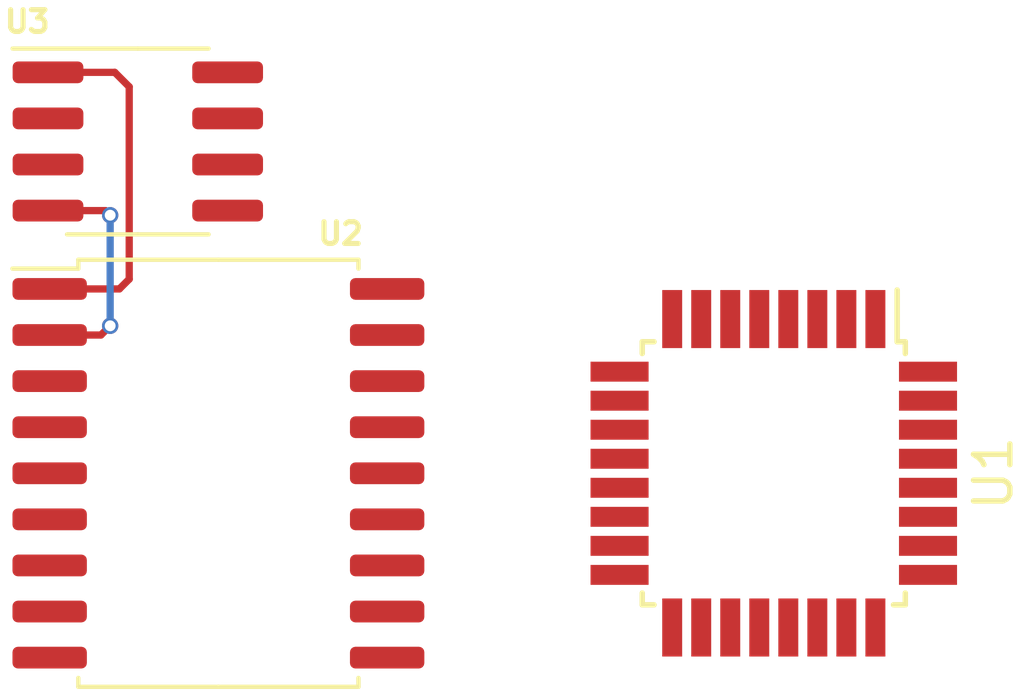
<source format=kicad_pcb>
(kicad_pcb (version 20171130) (host pcbnew "(5.1.8)-1")

  (general
    (thickness 1.6)
    (drawings 0)
    (tracks 12)
    (zones 0)
    (modules 3)
    (nets 44)
  )

  (page A4)
  (layers
    (0 F.Cu signal)
    (31 B.Cu signal)
    (32 B.Adhes user)
    (33 F.Adhes user)
    (34 B.Paste user)
    (35 F.Paste user)
    (36 B.SilkS user)
    (37 F.SilkS user)
    (38 B.Mask user)
    (39 F.Mask user)
    (40 Dwgs.User user)
    (41 Cmts.User user)
    (42 Eco1.User user)
    (43 Eco2.User user)
    (44 Edge.Cuts user)
    (45 Margin user)
    (46 B.CrtYd user)
    (47 F.CrtYd user)
    (48 B.Fab user)
    (49 F.Fab user hide)
  )

  (setup
    (last_trace_width 0.2)
    (user_trace_width 0.2)
    (trace_clearance 0.2)
    (zone_clearance 0.508)
    (zone_45_only no)
    (trace_min 0.2)
    (via_size 0.8)
    (via_drill 0.4)
    (via_min_size 0.4)
    (via_min_drill 0.3)
    (user_via 0.45 0.3)
    (uvia_size 0.3)
    (uvia_drill 0.1)
    (uvias_allowed no)
    (uvia_min_size 0.2)
    (uvia_min_drill 0.1)
    (edge_width 0.05)
    (segment_width 0.2)
    (pcb_text_width 0.3)
    (pcb_text_size 1.5 1.5)
    (mod_edge_width 0.12)
    (mod_text_size 1 1)
    (mod_text_width 0.15)
    (pad_size 2.05 0.6)
    (pad_drill 0)
    (pad_to_mask_clearance 0)
    (aux_axis_origin 0 0)
    (visible_elements FFFFFF7F)
    (pcbplotparams
      (layerselection 0x010fc_ffffffff)
      (usegerberextensions false)
      (usegerberattributes true)
      (usegerberadvancedattributes true)
      (creategerberjobfile true)
      (excludeedgelayer true)
      (linewidth 0.100000)
      (plotframeref false)
      (viasonmask false)
      (mode 1)
      (useauxorigin false)
      (hpglpennumber 1)
      (hpglpenspeed 20)
      (hpglpendiameter 15.000000)
      (psnegative false)
      (psa4output false)
      (plotreference true)
      (plotvalue true)
      (plotinvisibletext false)
      (padsonsilk false)
      (subtractmaskfromsilk false)
      (outputformat 1)
      (mirror false)
      (drillshape 1)
      (scaleselection 1)
      (outputdirectory ""))
  )

  (net 0 "")
  (net 1 "Net-(U1-Pad32)")
  (net 2 "Net-(U1-Pad31)")
  (net 3 "Net-(U1-Pad30)")
  (net 4 "Net-(R1-Pad2)")
  (net 5 "Net-(U1-Pad28)")
  (net 6 "Net-(U1-Pad27)")
  (net 7 "Net-(U1-Pad26)")
  (net 8 "Net-(U1-Pad25)")
  (net 9 "Net-(U1-Pad24)")
  (net 10 "Net-(U1-Pad23)")
  (net 11 "Net-(U1-Pad22)")
  (net 12 GND)
  (net 13 "Net-(U1-Pad20)")
  (net 14 "Net-(U1-Pad19)")
  (net 15 +5V)
  (net 16 SCK)
  (net 17 MISO)
  (net 18 MOSI)
  (net 19 SS)
  (net 20 "Net-(D1-Pad2)")
  (net 21 "Net-(U1-Pad12)")
  (net 22 "Net-(U1-Pad11)")
  (net 23 "Net-(U1-Pad10)")
  (net 24 "Net-(U1-Pad9)")
  (net 25 "Net-(U1-Pad8)")
  (net 26 CLKOUT)
  (net 27 "Net-(U1-Pad2)")
  (net 28 "Net-(U1-Pad1)")
  (net 29 "Net-(R3-Pad2)")
  (net 30 "Net-(U2-Pad12)")
  (net 31 "Net-(U2-Pad11)")
  (net 32 "Net-(U2-Pad10)")
  (net 33 OSC1)
  (net 34 OSC2)
  (net 35 "Net-(U2-Pad6)")
  (net 36 "Net-(U2-Pad5)")
  (net 37 "Net-(U2-Pad4)")
  (net 38 RXCAN)
  (net 39 TXCAN)
  (net 40 "Net-(R4-Pad2)")
  (net 41 "Net-(R5-Pad1)")
  (net 42 "Net-(R5-Pad2)")
  (net 43 "Net-(U3-Pad5)")

  (net_class Default "This is the default net class."
    (clearance 0.2)
    (trace_width 0.25)
    (via_dia 0.8)
    (via_drill 0.4)
    (uvia_dia 0.3)
    (uvia_drill 0.1)
    (add_net +5V)
    (add_net CLKOUT)
    (add_net GND)
    (add_net MISO)
    (add_net MOSI)
    (add_net "Net-(D1-Pad2)")
    (add_net "Net-(R1-Pad2)")
    (add_net "Net-(R3-Pad2)")
    (add_net "Net-(R4-Pad2)")
    (add_net "Net-(R5-Pad1)")
    (add_net "Net-(R5-Pad2)")
    (add_net "Net-(U1-Pad1)")
    (add_net "Net-(U1-Pad10)")
    (add_net "Net-(U1-Pad11)")
    (add_net "Net-(U1-Pad12)")
    (add_net "Net-(U1-Pad19)")
    (add_net "Net-(U1-Pad2)")
    (add_net "Net-(U1-Pad20)")
    (add_net "Net-(U1-Pad22)")
    (add_net "Net-(U1-Pad23)")
    (add_net "Net-(U1-Pad24)")
    (add_net "Net-(U1-Pad25)")
    (add_net "Net-(U1-Pad26)")
    (add_net "Net-(U1-Pad27)")
    (add_net "Net-(U1-Pad28)")
    (add_net "Net-(U1-Pad30)")
    (add_net "Net-(U1-Pad31)")
    (add_net "Net-(U1-Pad32)")
    (add_net "Net-(U1-Pad8)")
    (add_net "Net-(U1-Pad9)")
    (add_net "Net-(U2-Pad10)")
    (add_net "Net-(U2-Pad11)")
    (add_net "Net-(U2-Pad12)")
    (add_net "Net-(U2-Pad4)")
    (add_net "Net-(U2-Pad5)")
    (add_net "Net-(U2-Pad6)")
    (add_net "Net-(U3-Pad5)")
    (add_net OSC1)
    (add_net OSC2)
    (add_net RXCAN)
    (add_net SCK)
    (add_net SS)
    (add_net TXCAN)
  )

  (module Package_SO:SOIC-8_3.9x4.9mm_P1.27mm (layer F.Cu) (tedit 5D9F72B1) (tstamp 5FC98359)
    (at 55.118 80.264)
    (descr "SOIC, 8 Pin (JEDEC MS-012AA, https://www.analog.com/media/en/package-pcb-resources/package/pkg_pdf/soic_narrow-r/r_8.pdf), generated with kicad-footprint-generator ipc_gullwing_generator.py")
    (tags "SOIC SO")
    (path /5FC9880B)
    (attr smd)
    (fp_text reference U3 (at -3.048 -3.302) (layer F.SilkS)
      (effects (font (size 0.6 0.6) (thickness 0.14)))
    )
    (fp_text value MCP2561-E-P (at 0 3.4) (layer F.Fab)
      (effects (font (size 1 1) (thickness 0.15)))
    )
    (fp_text user %R (at 0 0) (layer F.Fab)
      (effects (font (size 0.98 0.98) (thickness 0.15)))
    )
    (fp_line (start 0 2.56) (end 1.95 2.56) (layer F.SilkS) (width 0.12))
    (fp_line (start 0 2.56) (end -1.95 2.56) (layer F.SilkS) (width 0.12))
    (fp_line (start 0 -2.56) (end 1.95 -2.56) (layer F.SilkS) (width 0.12))
    (fp_line (start 0 -2.56) (end -3.45 -2.56) (layer F.SilkS) (width 0.12))
    (fp_line (start -0.975 -2.45) (end 1.95 -2.45) (layer F.Fab) (width 0.1))
    (fp_line (start 1.95 -2.45) (end 1.95 2.45) (layer F.Fab) (width 0.1))
    (fp_line (start 1.95 2.45) (end -1.95 2.45) (layer F.Fab) (width 0.1))
    (fp_line (start -1.95 2.45) (end -1.95 -1.475) (layer F.Fab) (width 0.1))
    (fp_line (start -1.95 -1.475) (end -0.975 -2.45) (layer F.Fab) (width 0.1))
    (fp_line (start -3.7 -2.7) (end -3.7 2.7) (layer F.CrtYd) (width 0.05))
    (fp_line (start -3.7 2.7) (end 3.7 2.7) (layer F.CrtYd) (width 0.05))
    (fp_line (start 3.7 2.7) (end 3.7 -2.7) (layer F.CrtYd) (width 0.05))
    (fp_line (start 3.7 -2.7) (end -3.7 -2.7) (layer F.CrtYd) (width 0.05))
    (pad 8 smd roundrect (at 2.475 -1.905) (size 1.95 0.6) (layers F.Cu F.Paste F.Mask) (roundrect_rratio 0.25)
      (net 40 "Net-(R4-Pad2)"))
    (pad 7 smd roundrect (at 2.475 -0.635) (size 1.95 0.6) (layers F.Cu F.Paste F.Mask) (roundrect_rratio 0.25)
      (net 41 "Net-(R5-Pad1)"))
    (pad 6 smd roundrect (at 2.475 0.635) (size 1.95 0.6) (layers F.Cu F.Paste F.Mask) (roundrect_rratio 0.25)
      (net 42 "Net-(R5-Pad2)"))
    (pad 5 smd roundrect (at 2.475 1.905) (size 1.95 0.6) (layers F.Cu F.Paste F.Mask) (roundrect_rratio 0.25)
      (net 43 "Net-(U3-Pad5)"))
    (pad 4 smd roundrect (at -2.475 1.905) (size 1.95 0.6) (layers F.Cu F.Paste F.Mask) (roundrect_rratio 0.25)
      (net 38 RXCAN))
    (pad 3 smd roundrect (at -2.475 0.635) (size 1.95 0.6) (layers F.Cu F.Paste F.Mask) (roundrect_rratio 0.25)
      (net 15 +5V))
    (pad 2 smd roundrect (at -2.475 -0.635) (size 1.95 0.6) (layers F.Cu F.Paste F.Mask) (roundrect_rratio 0.25)
      (net 12 GND))
    (pad 1 smd roundrect (at -2.475 -1.905) (size 1.95 0.6) (layers F.Cu F.Paste F.Mask) (roundrect_rratio 0.25)
      (net 39 TXCAN))
    (model ${KISYS3DMOD}/Package_SO.3dshapes/SOIC-8_3.9x4.9mm_P1.27mm.wrl
      (at (xyz 0 0 0))
      (scale (xyz 1 1 1))
      (rotate (xyz 0 0 0))
    )
  )

  (module Package_SO:SOIC-18W_7.5x11.6mm_P1.27mm (layer F.Cu) (tedit 5D9F72B1) (tstamp 5FC97E91)
    (at 57.339 89.408)
    (descr "SOIC, 18 Pin (JEDEC MS-013AB, https://www.analog.com/media/en/package-pcb-resources/package/33254132129439rw_18.pdf), generated with kicad-footprint-generator ipc_gullwing_generator.py")
    (tags "SOIC SO")
    (path /5FC99048)
    (attr smd)
    (fp_text reference U2 (at 3.367 -6.604) (layer F.SilkS)
      (effects (font (size 0.6 0.6) (thickness 0.14)))
    )
    (fp_text value MCP2515-xSO (at 0 6.72) (layer F.Fab)
      (effects (font (size 1 1) (thickness 0.15)))
    )
    (fp_text user %R (at 0 0) (layer F.Fab)
      (effects (font (size 1 1) (thickness 0.15)))
    )
    (fp_line (start 0 5.885) (end 3.86 5.885) (layer F.SilkS) (width 0.12))
    (fp_line (start 3.86 5.885) (end 3.86 5.64) (layer F.SilkS) (width 0.12))
    (fp_line (start 0 5.885) (end -3.86 5.885) (layer F.SilkS) (width 0.12))
    (fp_line (start -3.86 5.885) (end -3.86 5.64) (layer F.SilkS) (width 0.12))
    (fp_line (start 0 -5.885) (end 3.86 -5.885) (layer F.SilkS) (width 0.12))
    (fp_line (start 3.86 -5.885) (end 3.86 -5.64) (layer F.SilkS) (width 0.12))
    (fp_line (start 0 -5.885) (end -3.86 -5.885) (layer F.SilkS) (width 0.12))
    (fp_line (start -3.86 -5.885) (end -3.86 -5.64) (layer F.SilkS) (width 0.12))
    (fp_line (start -3.86 -5.64) (end -5.675 -5.64) (layer F.SilkS) (width 0.12))
    (fp_line (start -2.75 -5.775) (end 3.75 -5.775) (layer F.Fab) (width 0.1))
    (fp_line (start 3.75 -5.775) (end 3.75 5.775) (layer F.Fab) (width 0.1))
    (fp_line (start 3.75 5.775) (end -3.75 5.775) (layer F.Fab) (width 0.1))
    (fp_line (start -3.75 5.775) (end -3.75 -4.775) (layer F.Fab) (width 0.1))
    (fp_line (start -3.75 -4.775) (end -2.75 -5.775) (layer F.Fab) (width 0.1))
    (fp_line (start -5.93 -6.02) (end -5.93 6.02) (layer F.CrtYd) (width 0.05))
    (fp_line (start -5.93 6.02) (end 5.93 6.02) (layer F.CrtYd) (width 0.05))
    (fp_line (start 5.93 6.02) (end 5.93 -6.02) (layer F.CrtYd) (width 0.05))
    (fp_line (start 5.93 -6.02) (end -5.93 -6.02) (layer F.CrtYd) (width 0.05))
    (pad 18 smd roundrect (at 4.65 -5.08) (size 2.05 0.6) (layers F.Cu F.Paste F.Mask) (roundrect_rratio 0.25)
      (net 15 +5V))
    (pad 17 smd roundrect (at 4.65 -3.81) (size 2.05 0.6) (layers F.Cu F.Paste F.Mask) (roundrect_rratio 0.25)
      (net 29 "Net-(R3-Pad2)"))
    (pad 16 smd roundrect (at 4.65 -2.54) (size 2.05 0.6) (layers F.Cu F.Paste F.Mask) (roundrect_rratio 0.25)
      (net 19 SS))
    (pad 15 smd roundrect (at 4.65 -1.27) (size 2.05 0.6) (layers F.Cu F.Paste F.Mask) (roundrect_rratio 0.25)
      (net 17 MISO))
    (pad 14 smd roundrect (at 4.65 0) (size 2.05 0.6) (layers F.Cu F.Paste F.Mask) (roundrect_rratio 0.25)
      (net 18 MOSI))
    (pad 13 smd roundrect (at 4.65 1.27) (size 2.05 0.6) (layers F.Cu F.Paste F.Mask) (roundrect_rratio 0.25)
      (net 16 SCK))
    (pad 12 smd roundrect (at 4.65 2.54) (size 2.05 0.6) (layers F.Cu F.Paste F.Mask) (roundrect_rratio 0.25)
      (net 30 "Net-(U2-Pad12)"))
    (pad 11 smd roundrect (at 4.65 3.81) (size 2.05 0.6) (layers F.Cu F.Paste F.Mask) (roundrect_rratio 0.25)
      (net 31 "Net-(U2-Pad11)"))
    (pad 10 smd roundrect (at 4.65 5.08) (size 2.05 0.6) (layers F.Cu F.Paste F.Mask) (roundrect_rratio 0.25)
      (net 32 "Net-(U2-Pad10)"))
    (pad 9 smd roundrect (at -4.65 5.08) (size 2.05 0.6) (layers F.Cu F.Paste F.Mask) (roundrect_rratio 0.25)
      (net 12 GND))
    (pad 8 smd roundrect (at -4.65 3.81) (size 2.05 0.6) (layers F.Cu F.Paste F.Mask) (roundrect_rratio 0.25)
      (net 33 OSC1))
    (pad 7 smd roundrect (at -4.65 2.54) (size 2.05 0.6) (layers F.Cu F.Paste F.Mask) (roundrect_rratio 0.25)
      (net 34 OSC2))
    (pad 6 smd roundrect (at -4.65 1.27) (size 2.05 0.6) (layers F.Cu F.Paste F.Mask) (roundrect_rratio 0.25)
      (net 35 "Net-(U2-Pad6)"))
    (pad 5 smd roundrect (at -4.65 0) (size 2.05 0.6) (layers F.Cu F.Paste F.Mask) (roundrect_rratio 0.25)
      (net 36 "Net-(U2-Pad5)"))
    (pad 4 smd roundrect (at -4.65 -1.27) (size 2.05 0.6) (layers F.Cu F.Paste F.Mask) (roundrect_rratio 0.25)
      (net 37 "Net-(U2-Pad4)"))
    (pad 3 smd roundrect (at -4.65 -2.54) (size 2.05 0.6) (layers F.Cu F.Paste F.Mask) (roundrect_rratio 0.25)
      (net 26 CLKOUT))
    (pad 2 smd roundrect (at -4.65 -3.81) (size 2.05 0.6) (layers F.Cu F.Paste F.Mask) (roundrect_rratio 0.25)
      (net 38 RXCAN))
    (pad 1 smd roundrect (at -4.65 -5.08) (size 2.05 0.6) (layers F.Cu F.Paste F.Mask) (roundrect_rratio 0.25)
      (net 39 TXCAN))
    (model ${KISYS3DMOD}/Package_SO.3dshapes/SOIC-18W_7.5x11.6mm_P1.27mm.wrl
      (at (xyz 0 0 0))
      (scale (xyz 1 1 1))
      (rotate (xyz 0 0 0))
    )
  )

  (module Package_QFP:TQFP-32_7x7mm_P0.8mm (layer F.Cu) (tedit 5A02F146) (tstamp 5FC97E68)
    (at 72.644 89.408 270)
    (descr "32-Lead Plastic Thin Quad Flatpack (PT) - 7x7x1.0 mm Body, 2.00 mm [TQFP] (see Microchip Packaging Specification 00000049BS.pdf)")
    (tags "QFP 0.8")
    (path /5FCB486A)
    (attr smd)
    (fp_text reference U1 (at 0 -6.05 90) (layer F.SilkS)
      (effects (font (size 1 1) (thickness 0.15)))
    )
    (fp_text value ATmega328P-AU (at 0 6.05 90) (layer F.Fab)
      (effects (font (size 1 1) (thickness 0.15)))
    )
    (fp_text user %R (at 0 0 90) (layer F.Fab)
      (effects (font (size 1 1) (thickness 0.15)))
    )
    (fp_line (start -2.5 -3.5) (end 3.5 -3.5) (layer F.Fab) (width 0.15))
    (fp_line (start 3.5 -3.5) (end 3.5 3.5) (layer F.Fab) (width 0.15))
    (fp_line (start 3.5 3.5) (end -3.5 3.5) (layer F.Fab) (width 0.15))
    (fp_line (start -3.5 3.5) (end -3.5 -2.5) (layer F.Fab) (width 0.15))
    (fp_line (start -3.5 -2.5) (end -2.5 -3.5) (layer F.Fab) (width 0.15))
    (fp_line (start -5.3 -5.3) (end -5.3 5.3) (layer F.CrtYd) (width 0.05))
    (fp_line (start 5.3 -5.3) (end 5.3 5.3) (layer F.CrtYd) (width 0.05))
    (fp_line (start -5.3 -5.3) (end 5.3 -5.3) (layer F.CrtYd) (width 0.05))
    (fp_line (start -5.3 5.3) (end 5.3 5.3) (layer F.CrtYd) (width 0.05))
    (fp_line (start -3.625 -3.625) (end -3.625 -3.4) (layer F.SilkS) (width 0.15))
    (fp_line (start 3.625 -3.625) (end 3.625 -3.3) (layer F.SilkS) (width 0.15))
    (fp_line (start 3.625 3.625) (end 3.625 3.3) (layer F.SilkS) (width 0.15))
    (fp_line (start -3.625 3.625) (end -3.625 3.3) (layer F.SilkS) (width 0.15))
    (fp_line (start -3.625 -3.625) (end -3.3 -3.625) (layer F.SilkS) (width 0.15))
    (fp_line (start -3.625 3.625) (end -3.3 3.625) (layer F.SilkS) (width 0.15))
    (fp_line (start 3.625 3.625) (end 3.3 3.625) (layer F.SilkS) (width 0.15))
    (fp_line (start 3.625 -3.625) (end 3.3 -3.625) (layer F.SilkS) (width 0.15))
    (fp_line (start -3.625 -3.4) (end -5.05 -3.4) (layer F.SilkS) (width 0.15))
    (pad 32 smd rect (at -2.8 -4.25) (size 1.6 0.55) (layers F.Cu F.Paste F.Mask)
      (net 1 "Net-(U1-Pad32)"))
    (pad 31 smd rect (at -2 -4.25) (size 1.6 0.55) (layers F.Cu F.Paste F.Mask)
      (net 2 "Net-(U1-Pad31)"))
    (pad 30 smd rect (at -1.2 -4.25) (size 1.6 0.55) (layers F.Cu F.Paste F.Mask)
      (net 3 "Net-(U1-Pad30)"))
    (pad 29 smd rect (at -0.4 -4.25) (size 1.6 0.55) (layers F.Cu F.Paste F.Mask)
      (net 4 "Net-(R1-Pad2)"))
    (pad 28 smd rect (at 0.4 -4.25) (size 1.6 0.55) (layers F.Cu F.Paste F.Mask)
      (net 5 "Net-(U1-Pad28)"))
    (pad 27 smd rect (at 1.2 -4.25) (size 1.6 0.55) (layers F.Cu F.Paste F.Mask)
      (net 6 "Net-(U1-Pad27)"))
    (pad 26 smd rect (at 2 -4.25) (size 1.6 0.55) (layers F.Cu F.Paste F.Mask)
      (net 7 "Net-(U1-Pad26)"))
    (pad 25 smd rect (at 2.8 -4.25) (size 1.6 0.55) (layers F.Cu F.Paste F.Mask)
      (net 8 "Net-(U1-Pad25)"))
    (pad 24 smd rect (at 4.25 -2.8 270) (size 1.6 0.55) (layers F.Cu F.Paste F.Mask)
      (net 9 "Net-(U1-Pad24)"))
    (pad 23 smd rect (at 4.25 -2 270) (size 1.6 0.55) (layers F.Cu F.Paste F.Mask)
      (net 10 "Net-(U1-Pad23)"))
    (pad 22 smd rect (at 4.25 -1.2 270) (size 1.6 0.55) (layers F.Cu F.Paste F.Mask)
      (net 11 "Net-(U1-Pad22)"))
    (pad 21 smd rect (at 4.25 -0.4 270) (size 1.6 0.55) (layers F.Cu F.Paste F.Mask)
      (net 12 GND))
    (pad 20 smd rect (at 4.25 0.4 270) (size 1.6 0.55) (layers F.Cu F.Paste F.Mask)
      (net 13 "Net-(U1-Pad20)"))
    (pad 19 smd rect (at 4.25 1.2 270) (size 1.6 0.55) (layers F.Cu F.Paste F.Mask)
      (net 14 "Net-(U1-Pad19)"))
    (pad 18 smd rect (at 4.25 2 270) (size 1.6 0.55) (layers F.Cu F.Paste F.Mask)
      (net 15 +5V))
    (pad 17 smd rect (at 4.25 2.8 270) (size 1.6 0.55) (layers F.Cu F.Paste F.Mask)
      (net 16 SCK))
    (pad 16 smd rect (at 2.8 4.25) (size 1.6 0.55) (layers F.Cu F.Paste F.Mask)
      (net 17 MISO))
    (pad 15 smd rect (at 2 4.25) (size 1.6 0.55) (layers F.Cu F.Paste F.Mask)
      (net 18 MOSI))
    (pad 14 smd rect (at 1.2 4.25) (size 1.6 0.55) (layers F.Cu F.Paste F.Mask)
      (net 19 SS))
    (pad 13 smd rect (at 0.4 4.25) (size 1.6 0.55) (layers F.Cu F.Paste F.Mask)
      (net 20 "Net-(D1-Pad2)"))
    (pad 12 smd rect (at -0.4 4.25) (size 1.6 0.55) (layers F.Cu F.Paste F.Mask)
      (net 21 "Net-(U1-Pad12)"))
    (pad 11 smd rect (at -1.2 4.25) (size 1.6 0.55) (layers F.Cu F.Paste F.Mask)
      (net 22 "Net-(U1-Pad11)"))
    (pad 10 smd rect (at -2 4.25) (size 1.6 0.55) (layers F.Cu F.Paste F.Mask)
      (net 23 "Net-(U1-Pad10)"))
    (pad 9 smd rect (at -2.8 4.25) (size 1.6 0.55) (layers F.Cu F.Paste F.Mask)
      (net 24 "Net-(U1-Pad9)"))
    (pad 8 smd rect (at -4.25 2.8 270) (size 1.6 0.55) (layers F.Cu F.Paste F.Mask)
      (net 25 "Net-(U1-Pad8)"))
    (pad 7 smd rect (at -4.25 2 270) (size 1.6 0.55) (layers F.Cu F.Paste F.Mask)
      (net 26 CLKOUT))
    (pad 6 smd rect (at -4.25 1.2 270) (size 1.6 0.55) (layers F.Cu F.Paste F.Mask)
      (net 15 +5V))
    (pad 5 smd rect (at -4.25 0.4 270) (size 1.6 0.55) (layers F.Cu F.Paste F.Mask)
      (net 12 GND))
    (pad 4 smd rect (at -4.25 -0.4 270) (size 1.6 0.55) (layers F.Cu F.Paste F.Mask)
      (net 15 +5V))
    (pad 3 smd rect (at -4.25 -1.2 270) (size 1.6 0.55) (layers F.Cu F.Paste F.Mask)
      (net 12 GND))
    (pad 2 smd rect (at -4.25 -2 270) (size 1.6 0.55) (layers F.Cu F.Paste F.Mask)
      (net 27 "Net-(U1-Pad2)"))
    (pad 1 smd rect (at -4.25 -2.8 270) (size 1.6 0.55) (layers F.Cu F.Paste F.Mask)
      (net 28 "Net-(U1-Pad1)"))
    (model ${KISYS3DMOD}/Package_QFP.3dshapes/TQFP-32_7x7mm_P0.8mm.wrl
      (at (xyz 0 0 0))
      (scale (xyz 1 1 1))
      (rotate (xyz 0 0 0))
    )
  )

  (via (at 54.356 82.296) (size 0.45) (drill 0.3) (layers F.Cu B.Cu) (net 38))
  (segment (start 54.229 82.169) (end 54.356 82.296) (width 0.2) (layer F.Cu) (net 38))
  (segment (start 52.643 82.169) (end 54.229 82.169) (width 0.2) (layer F.Cu) (net 38))
  (via (at 54.356 85.344) (size 0.45) (drill 0.3) (layers F.Cu B.Cu) (net 38))
  (segment (start 54.356 82.296) (end 54.356 85.344) (width 0.2) (layer B.Cu) (net 38))
  (segment (start 54.102 85.598) (end 54.356 85.344) (width 0.2) (layer F.Cu) (net 38))
  (segment (start 52.689 85.598) (end 54.102 85.598) (width 0.2) (layer F.Cu) (net 38))
  (segment (start 54.483 78.359) (end 52.643 78.359) (width 0.2) (layer F.Cu) (net 39))
  (segment (start 54.881001 78.757001) (end 54.483 78.359) (width 0.2) (layer F.Cu) (net 39))
  (segment (start 54.881001 84.056999) (end 54.881001 78.757001) (width 0.2) (layer F.Cu) (net 39))
  (segment (start 54.61 84.328) (end 54.881001 84.056999) (width 0.2) (layer F.Cu) (net 39))
  (segment (start 52.689 84.328) (end 54.61 84.328) (width 0.2) (layer F.Cu) (net 39))

)

</source>
